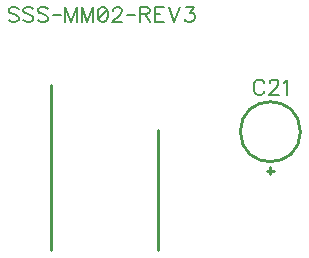
<source format=gbr>
G04 DipTrace 2.3.0.1*
%INTopSilk.gbr*%
%MOIN*%
%ADD10C,0.0098*%
%ADD53C,0.0077*%
%FSLAX44Y44*%
G04*
G70*
G90*
G75*
G01*
%LNTopSilk*%
%LPD*%
X11557Y7077D2*
D10*
X11321D1*
X11439Y6959D2*
Y7195D1*
X10439Y8376D2*
G02X10439Y8376I1000J0D01*
G01*
X7689Y4420D2*
Y8420D1*
X4115Y4420D2*
Y9919D1*
X11236Y9989D2*
D53*
X11212Y10036D1*
X11164Y10084D1*
X11117Y10108D1*
X11021D1*
X10973Y10084D1*
X10926Y10036D1*
X10901Y9989D1*
X10878Y9917D1*
Y9797D1*
X10901Y9726D1*
X10926Y9677D1*
X10973Y9630D1*
X11021Y9606D1*
X11117D1*
X11164Y9630D1*
X11212Y9677D1*
X11236Y9726D1*
X11415Y9988D2*
Y10012D1*
X11439Y10060D1*
X11462Y10084D1*
X11511Y10107D1*
X11606D1*
X11654Y10084D1*
X11677Y10060D1*
X11702Y10012D1*
Y9964D1*
X11677Y9916D1*
X11630Y9845D1*
X11391Y9606D1*
X11726D1*
X11880Y10012D2*
X11928Y10036D1*
X12000Y10107D1*
Y9606D1*
X3046Y12461D2*
X2999Y12509D1*
X2927Y12533D1*
X2831D1*
X2759Y12509D1*
X2711Y12461D1*
Y12413D1*
X2736Y12365D1*
X2759Y12341D1*
X2807Y12318D1*
X2951Y12270D1*
X2999Y12246D1*
X3023Y12221D1*
X3046Y12174D1*
Y12102D1*
X2999Y12055D1*
X2927Y12030D1*
X2831D1*
X2759Y12055D1*
X2711Y12102D1*
X3536Y12461D2*
X3488Y12509D1*
X3416Y12533D1*
X3321D1*
X3249Y12509D1*
X3201Y12461D1*
Y12413D1*
X3225Y12365D1*
X3249Y12341D1*
X3296Y12318D1*
X3440Y12270D1*
X3488Y12246D1*
X3512Y12221D1*
X3536Y12174D1*
Y12102D1*
X3488Y12055D1*
X3416Y12030D1*
X3321D1*
X3249Y12055D1*
X3201Y12102D1*
X4025Y12461D2*
X3977Y12509D1*
X3906Y12533D1*
X3810D1*
X3738Y12509D1*
X3690Y12461D1*
Y12413D1*
X3714Y12365D1*
X3738Y12341D1*
X3786Y12318D1*
X3929Y12270D1*
X3977Y12246D1*
X4001Y12221D1*
X4025Y12174D1*
Y12102D1*
X3977Y12055D1*
X3906Y12030D1*
X3810D1*
X3738Y12055D1*
X3690Y12102D1*
X4179Y12281D2*
X4456D1*
X4993Y12030D2*
Y12533D1*
X4801Y12030D1*
X4610Y12533D1*
Y12030D1*
X5529D2*
Y12533D1*
X5338Y12030D1*
X5147Y12533D1*
Y12030D1*
X5828Y12532D2*
X5756Y12508D1*
X5708Y12436D1*
X5684Y12317D1*
Y12245D1*
X5708Y12126D1*
X5756Y12054D1*
X5828Y12030D1*
X5875D1*
X5947Y12054D1*
X5994Y12126D1*
X6019Y12245D1*
Y12317D1*
X5994Y12436D1*
X5947Y12508D1*
X5875Y12532D1*
X5828D1*
X5994Y12436D2*
X5708Y12126D1*
X6197Y12413D2*
Y12436D1*
X6221Y12485D1*
X6245Y12508D1*
X6293Y12532D1*
X6389D1*
X6436Y12508D1*
X6460Y12485D1*
X6484Y12436D1*
Y12389D1*
X6460Y12341D1*
X6412Y12270D1*
X6173Y12030D1*
X6508D1*
X6662Y12281D2*
X6939D1*
X7093Y12293D2*
X7308D1*
X7380Y12318D1*
X7404Y12341D1*
X7428Y12389D1*
Y12437D1*
X7404Y12485D1*
X7380Y12509D1*
X7308Y12533D1*
X7093D1*
Y12030D1*
X7261Y12293D2*
X7428Y12030D1*
X7893Y12533D2*
X7583D1*
Y12030D1*
X7893D1*
X7583Y12293D2*
X7774D1*
X8048Y12533D2*
X8239Y12030D1*
X8430Y12533D1*
X8633Y12532D2*
X8895D1*
X8752Y12341D1*
X8824D1*
X8871Y12317D1*
X8895Y12293D1*
X8919Y12221D1*
Y12174D1*
X8895Y12102D1*
X8848Y12054D1*
X8776Y12030D1*
X8704D1*
X8633Y12054D1*
X8609Y12078D1*
X8584Y12126D1*
M02*

</source>
